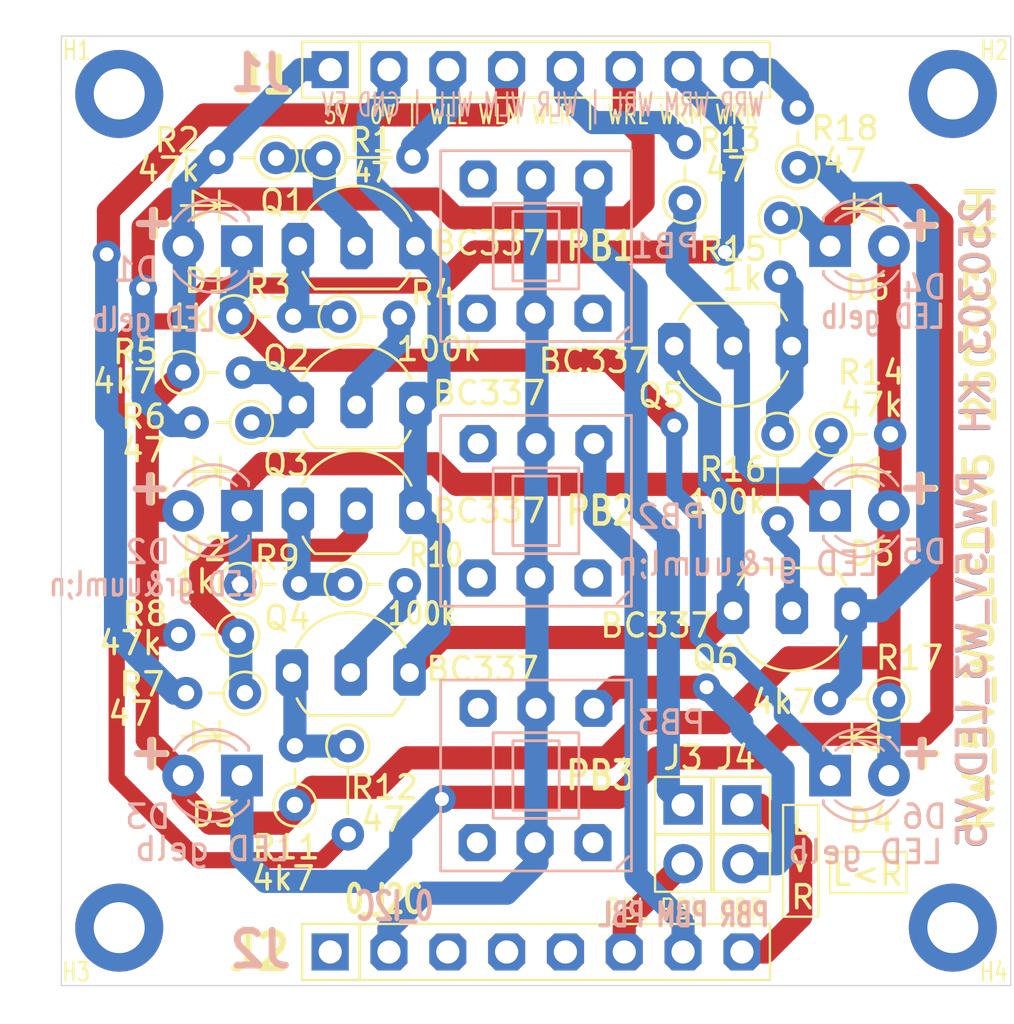
<source format=kicad_pcb>
(kicad_pcb (version 20240108) (generator "pcbnew") (generator_version "8.0")
  (layers (0 "F.Cu" signal) (31 "B.Cu" signal) (34 "B.Paste" user) (35 "F.Paste" user) (36 "B.SilkS" user "B.Silkscreen") (37 "F.SilkS" user "F.Silkscreen") (38 "B.Mask" user) (39 "F.Mask" user) (44 "Edge.Cuts" user))
  (net 0 "")
  (net 1 "Net-(D1-K)")
  (net 2 "/+5V")
  (net 3 "Net-(D2-K)")
  (net 4 "Net-(D3-K)")
  (net 5 "/WLL")
  (net 6 "/WRMi")
  (net 7 "/WLR")
  (net 8 "/WLM")
  (net 9 "/0V")
  (net 10 "/WRRi")
  (net 11 "/WRLi")
  (net 14 "/PBM")
  (net 17 "/0_I2C")
  (net 18 "/PBR")
  (net 19 "/PBL")
  (net 20 "/SW1")
  (net 21 "/SW3")
  (net 22 "Net-(Q1-B)")
  (net 23 "Net-(Q1-C)")
  (net 24 "Net-(Q2-B)")
  (net 25 "Net-(Q2-C)")
  (net 26 "Net-(Q3-C)")
  (net 27 "Net-(Q3-B)")
  (net 28 "Net-(Q4-C)")
  (net 29 "Net-(Q4-B)")
  (net 30 "Net-(Q5-C)")
  (net 31 "Net-(Q5-B)")
  (net 32 "Net-(Q6-B)")
  (net 33 "Net-(Q6-C)")
  (footprint "_kh_library:MountingHole_2.2mm_M2_Pad_TopBottom_kh" (layer "F.Cu") (at 34.07 26.45)
    (property "Reference" "H1")
    (property "Value" "MountingHole" (hide yes))
  )
  (footprint "Resistor_THT:R_Axial_DIN0204_L3.6mm_D1.6mm_P2.54mm_Vertical" (layer "F.Cu") (at 36.83 38.481)
    (property "Reference" "R5")
    (property "Value" "4k7")
  )
  (footprint "_kh_library:R_Axial_DIN0204_L3.6mm_D1.6mm_P2.54mm_Vertical_kh" (layer "F.Cu") (at 43.865 47.625)
    (property "Reference" "R10")
    (property "Value" "100k")
  )
  (footprint "_kh_library:MountingHole_2.2mm_M2_Pad_TopBottom_kh" (layer "F.Cu") (at 34.07 62.45)
    (property "Reference" "H3")
    (property "Value" "MountingHole")
  )
  (footprint "_kh_library:R_Axial_DIN0204_L3.6mm_D1.6mm_P3.81mm_Vertical_kh" (layer "F.Cu") (at 62.501 41.148 -90)
    (property "Reference" "R16")
    (property "Value" "100k")
  )
  (footprint "Resistor_THT:R_Axial_DIN0204_L3.6mm_D1.6mm_P2.54mm_Vertical" (layer "F.Cu") (at 62.611 31.8 -90)
    (property "Reference" "R15")
    (property "Value" "1k")
  )
  (footprint "_kh_library:PinSocket_1x02_P2.54mm_Vertical_kh" (layer "F.Cu") (at 60.96 57.15)
    (property "Reference" "J4")
    (property "Value" "Jumper_2")
  )
  (footprint "_kh_library:R_Axial_DIN0204_L3.6mm_D1.6mm_P3.81mm_Vertical_kh" (layer "F.Cu") (at 43.942 54.61 -90)
    (property "Reference" "R12")
    (property "Value" "47")
  )
  (footprint "Resistor_THT:R_Axial_DIN0204_L3.6mm_D1.6mm_P2.54mm_Vertical" (layer "F.Cu") (at 43.611 36.068)
    (property "Reference" "R4")
    (property "Value" "100k")
  )
  (footprint "Resistor_THT:R_Axial_DIN0204_L3.6mm_D1.6mm_P2.54mm_Vertical" (layer "F.Cu") (at 39.039 36.068)
    (property "Reference" "R3")
    (property "Value" "1k")
  )
  (footprint "_kh_library:TO-92_Inline_Wide_custom" (layer "F.Cu") (at 41.783 39.878)
    (property "Reference" "Q2")
    (property "Value" "BC337")
  )
  (footprint "_kh_library:PinSocket_1x02_P2.54mm_Vertical_kh" (layer "F.Cu") (at 58.42 57.15)
    (property "Reference" "J3")
    (property "Value" "Jumper_2")
  )
  (footprint "Resistor_THT:R_Axial_DIN0204_L3.6mm_D1.6mm_P2.54mm_Vertical" (layer "F.Cu") (at 41.656 57.15 90)
    (property "Reference" "R11")
    (property "Value" "4k7")
  )
  (footprint "Resistor_THT:R_Axial_DIN0204_L3.6mm_D1.6mm_P2.54mm_Vertical" (layer "F.Cu") (at 40.844 29.21 180)
    (property "Reference" "R2")
    (property "Value" "47k")
  )
  (footprint "_kh_library:MountingHole_2.2mm_M2_Pad_TopBottom_kh" (layer "F.Cu") (at 70.07 62.45)
    (property "Reference" "H4")
    (property "Value" "MountingHole")
  )
  (footprint "Resistor_THT:R_Axial_DIN0204_L3.6mm_D1.6mm_P2.54mm_Vertical" (layer "F.Cu") (at 63.373 29.6172 90)
    (property "Reference" "R18")
    (property "Value" "47")
  )
  (footprint "Resistor_THT:R_Axial_DIN0204_L3.6mm_D1.6mm_P2.54mm_Vertical" (layer "F.Cu") (at 39.293 47.625)
    (property "Reference" "R9")
    (property "Value" "1k")
  )
  (footprint "_kh_library:TO-92_Inline_Wide_custom" (layer "F.Cu") (at 63.119 37.338 180)
    (property "Reference" "Q5")
    (property "Value" "BC337")
  )
  (footprint "Resistor_THT:R_Axial_DIN0204_L3.6mm_D1.6mm_P2.54mm_Vertical" (layer "F.Cu") (at 58.4962 31.1158 90)
    (property "Reference" "R13")
    (property "Value" "47")
  )
  (footprint "Resistor_THT:R_Axial_DIN0204_L3.6mm_D1.6mm_P2.54mm_Vertical" (layer "F.Cu") (at 39.193 49.8094 180)
    (property "Reference" "R8")
    (property "Value" "47k")
  )
  (footprint "_kh_library:TO-92_Inline_Wide_custom" (layer "F.Cu") (at 65.659 48.768 180)
    (property "Reference" "Q6")
    (property "Value" "BC337")
  )
  (footprint "Resistor_THT:R_Axial_DIN0204_L3.6mm_D1.6mm_P2.54mm_Vertical" (layer "F.Cu") (at 39.7772 40.64 180)
    (property "Reference" "R6")
    (property "Value" "47")
  )
  (footprint "_kh_library:PinSocket_1x08_P2.54mm_Vertical_11mm_kh" (layer "F.Cu") (at 43.18 25.4 90)
    (property "Reference" "J1")
    (property "Value" "Conn_01x08_Pin")
  )
  (footprint "_kh_library:R_Axial_DIN0204_L3.6mm_D1.6mm_P3.81mm_Vertical_kh" (layer "F.Cu") (at 42.926 29.193)
    (property "Reference" "R1")
    (property "Value" "47")
  )
  (footprint "_kh_library:TO-92_Inline_Wide_custom" (layer "F.Cu") (at 41.529 51.435)
    (property "Reference" "Q4")
    (property "Value" "BC337")
  )
  (footprint "_kh_library:TO-92_Inline_Wide_custom" (layer "F.Cu") (at 41.783 33.02)
    (property "Reference" "Q1")
    (property "Value" "BC337")
  )
  (footprint "_kh_library:R_Axial_DIN0204_L3.6mm_D1.6mm_P2.54mm_Vertical_kh" (layer "F.Cu") (at 39.4978 52.324 180)
    (property "Reference" "R7")
    (property "Value" "47")
  )
  (footprint "_kh_library:MountingHole_2.2mm_M2_Pad_TopBottom_kh" (layer "F.Cu") (at 70.07 26.45)
    (property "Reference" "H2")
    (property "Value" "MountingHole")
  )
  (footprint "_kh_library:PinSocket_1x08_P2.54mm_Vertical_11mm_kh" (layer "F.Cu") (at 43.18 63.5 90)
    (property "Reference" "J2")
    (property "Value" "Conn_01x08_Pin")
  )
  (footprint "_kh_library:TO-92_Inline_Wide_custom" (layer "F.Cu") (at 41.783 44.45)
    (property "Reference" "Q3")
    (property "Value" "BC337")
  )
  (footprint "Resistor_THT:R_Axial_DIN0204_L3.6mm_D1.6mm_P2.54mm_Vertical" (layer "F.Cu") (at 64.82 41.148)
    (property "Reference" "R14")
    (property "Value" "47k")
  )
  (footprint "Resistor_THT:R_Axial_DIN0204_L3.6mm_D1.6mm_P2.54mm_Vertical" (layer "F.Cu") (at 67.31 52.578 180)
    (property "Reference" "R17")
    (property "Value" "4k7")
  )
  (footprint "_kh_library:LED_D3.0mm_kh" (layer "B.Cu") (at 39.37 33.02 180)
    (property "Reference" "D1")
    (property "Value" "LED gelb")
  )
  (footprint "_kh_library:SW_Push_DPDT_8x8" (layer "B.Cu") (at 54.57 47.35 180)
    (property "Reference" "PB2")
    (property "Value" "SW_Push_DPDT_8x8")
  )
  (footprint "_kh_library:SW_Push_DPDT_8x8" (layer "B.Cu") (at 54.57 58.78 180)
    (property "Reference" "PB3")
    (property "Value" "SW_Push_DPDT_8x8")
  )
  (footprint "_kh_library:LED_D3.0mm_kh" (layer "B.Cu") (at 39.37 44.45 180)
    (property "Reference" "D2")
    (property "Value" "LED gr&uuml;n")
  )
  (footprint "_kh_library:LED_D3.0mm_kh" (layer "B.Cu") (at 64.77 33.02)
    (property "Reference" "D4")
    (property "Value" "LED gelb")
  )
  (footprint "_kh_library:SW_Push_DPDT_8x8" (layer "B.Cu") (at 54.57 35.92 180)
    (property "Reference" "PB1")
    (property "Value" "SW_Push_DPDT_8x8")
  )
  (footprint "_kh_library:LED_D3.0mm_kh" (layer "B.Cu") (at 64.77 55.88)
    (property "Reference" "D6")
    (property "Value" "LED gelb")
  )
  (footprint "_kh_library:LED_D3.0mm_kh" (layer "B.Cu") (at 39.37 55.88 180)
    (property "Reference" "D3")
    (property "Value" "LED gelb")
  )
  (footprint "_kh_library:LED_D3.0mm_kh" (layer "B.Cu") (at 64.77 44.45)
    (property "Reference" "D5")
    (property "Value" "LED gr&uuml;n")
  )
  (gr_poly (pts (xy 65.7098 54.229) (xy 66.8528 54.864) (xy 66.8528 53.594)) (stroke (width 0.12)) (fill none) (layer "F.SilkS"))
  (gr_line (start 36.7919 42.7482) (end 38.9509 42.7482) (stroke (width 0.12)) (layer "F.SilkS"))
  (gr_line (start 65.8114 32.0294) (end 65.8114 30.7594) (stroke (width 0.12)) (layer "F.SilkS"))
  (gr_line (start 38.4429 42.1132) (end 38.4429 43.3832) (stroke (width 0.12)) (layer "F.SilkS"))
  (gr_rect (start 62.738 57.15) (end 64.262 61.976) (stroke (width 0.1)) (fill none) (layer "F.SilkS"))
  (gr_line (start 36.7665 54.1782) (end 38.9255 54.1782) (stroke (width 0.12)) (layer "F.SilkS"))
  (gr_line (start 67.3608 54.229) (end 65.2018 54.229) (stroke (width 0.12)) (layer "F.SilkS"))
  (gr_poly (pts (xy 38.4175 54.1782) (xy 37.2745 53.5432) (xy 37.2745 54.8132)) (stroke (width 0.12)) (fill none) (layer "F.SilkS"))
  (gr_line (start 38.4175 53.5432) (end 38.4175 54.8132) (stroke (width 0.12)) (layer "F.SilkS"))
  (gr_line (start 65.7098 54.864) (end 65.7098 53.594) (stroke (width 0.12)) (layer "F.SilkS"))
  (gr_line (start 65.7098 43.4086) (end 65.7098 42.1386) (stroke (width 0.12)) (layer "F.SilkS"))
  (gr_line (start 67.3608 42.7736) (end 65.2018 42.7736) (stroke (width 0.12)) (layer "F.SilkS"))
  (gr_poly (pts (xy 65.8114 31.3944) (xy 66.9544 32.0294) (xy 66.9544 30.7594)) (stroke (width 0.12)) (fill none) (layer "F.SilkS"))
  (gr_poly (pts (xy 38.4429 42.7482) (xy 37.2999 42.1132) (xy 37.2999 43.3832)) (stroke (width 0.12)) (fill none) (layer "F.SilkS"))
  (gr_line (start 36.7411 31.2674) (end 38.9001 31.2674) (stroke (width 0.12)) (layer "F.SilkS"))
  (gr_line (start 38.3921 30.6324) (end 38.3921 31.9024) (stroke (width 0.12)) (layer "F.SilkS"))
  (gr_line (start 67.4624 31.3944) (end 65.3034 31.3944) (stroke (width 0.12)) (layer "F.SilkS"))
  (gr_poly (pts (xy 65.7098 42.7736) (xy 66.8528 43.4086) (xy 66.8528 42.1386)) (stroke (width 0.12)) (fill none) (layer "F.SilkS"))
  (gr_rect (start 64.77 59.182) (end 68.072 60.96) (stroke (width 0.1)) (fill none) (layer "F.SilkS"))
  (gr_poly (pts (xy 38.3921 31.2674) (xy 37.2491 30.6324) (xy 37.2491 31.9024)) (stroke (width 0.12)) (fill none) (layer "F.SilkS"))
  (gr_rect (start 31.57 23.95) (end 72.57 64.95) (stroke (width 0.05)) (fill none) (layer "Edge.Cuts"))
  (gr_text "RW_5V_W3_LED_V5" (at 71.9074 58.42 90) (layer "F.Cu") (effects (font (size 1.2 1.2) (thickness 0.2) (bold yes)) (justify left bottom)))
  (gr_text "250303 KH" (at 71.9836 40.7416 90) (layer "F.Cu") (effects (font (size 1.2 1.2) (thickness 0.2) (bold yes)) (justify left bottom)))
  (gr_text "RW_5V_W3_LED_V5" (at 71.6026 42.5704 90) (layer "B.Cu") (effects (font (size 1.2 1.2) (thickness 0.2) (bold yes)) (justify left bottom mirror)))
  (gr_text "250303 KH" (at 71.755 30.7848 90) (layer "B.Cu") (effects (font (size 1.2 1.2) (thickness 0.2) (bold yes)) (justify left bottom mirror)))
  (gr_text "+" (at 69.7738 32.893 0) (layer "B.SilkS") (effects (font (size 1.5 1.5) (thickness 0.3) (bold yes)) (justify left bottom mirror)))
  (gr_text "LED gelb" (at 38.1 59.055 0) (layer "B.SilkS") (effects (font (size 1 1)) (justify mirror)))
  (gr_text "+" (at 36.4998 44.2722 0) (layer "B.SilkS") (effects (font (size 1.5 1.5) (thickness 0.3) (bold yes)) (justify left bottom mirror)))
  (gr_text "J2" (at 41.656 64.262 0) (layer "B.SilkS") (effects (font (size 1.5 1.5) (thickness 0.3) (bold yes)) (justify left bottom mirror)))
  (gr_text "+" (at 69.7484 44.2468 0) (layer "B.SilkS") (effects (font (size 1.5 1.5) (thickness 0.3) (bold yes)) (justify left bottom mirror)))
  (gr_text "LED gr&uuml;n" (at 35.56 47.625 0) (layer "B.SilkS") (effects (font (size 1 0.8)) (justify mirror)))
  (gr_text "+" (at 36.6268 32.8168 0) (layer "B.SilkS") (effects (font (size 1.5 1.5) (thickness 0.3) (bold yes)) (justify left bottom mirror)))
  (gr_text "LED gelb" (at 66.294 59.182 0) (layer "B.SilkS") (effects (font (size 1 1)) (justify mirror)))
  (gr_text "LED gelb" (at 35.56 36.195 0) (layer "B.SilkS") (effects (font (size 1 0.8)) (justify mirror)))
  (gr_text "+" (at 36.5506 55.7022 0) (layer "B.SilkS") (effects (font (size 1.5 1.5) (thickness 0.3) (bold yes)) (justify left bottom mirror)))
  (gr_text "0_I2C" (at 47.752 62.23 0) (layer "B.SilkS") (effects (font (size 1.2 0.8) (thickness 0.2) (bold yes)) (justify left bottom mirror)))
  (gr_text "250303 KH" (at 71.755 30.7594 90) (layer "B.SilkS") (effects (font (size 1.2 1.2) (thickness 0.2) (bold yes)) (justify left bottom mirror)))
  (gr_text "LED gr&uuml;n" (at 61.214 46.736 0) (layer "B.SilkS") (effects (font (size 1 1)) (justify mirror)))
  (gr_text "PBR PBM PBL" (at 62.23 62.484 0) (layer "B.SilkS") (effects (font (size 1 0.7) (thickness 0.2) (bold yes)) (justify left bottom mirror)))
  (gr_text "J1" (at 41.656 26.416 0) (layer "B.SilkS") (effects (font (size 1.5 1.5) (thickness 0.3) (bold yes)) (justify left bottom mirror)))
  (gr_text "+" (at 69.8246 55.7022 0) (layer "B.SilkS") (effects (font (size 1.5 1.5) (thickness 0.3) (bold yes)) (justify left bottom mirror)))
  (gr_text "LED gelb" (at 67.056 36.068 0) (layer "B.SilkS") (effects (font (size 1 0.8)) (justify mirror)))
  (gr_text "RW_5V_W3_LED_V5" (at 71.6026 42.545 90) (layer "B.SilkS") (effects (font (size 1.2 1.2) (thickness 0.2) (bold yes)) (justify left bottom mirror)))
  (gr_text "WRR WRM WRL | WLR WLM WLL | GND 5V" (at 61.976 27.5082 0) (layer "B.SilkS") (effects (font (size 1 0.6) (thickness 0.1)) (justify left bottom mirror)))
  (gr_text "4k7" (at 41.148 60.325 0) (layer "F.SilkS") (effects (font (size 1 1))))
  (gr_text "RW_5V_W3_LED_V5" (at 71.9074 58.42 90) (layer "F.SilkS") (effects (font (size 1.2 1.2) (thickness 0.2) (bold yes)) (justify left bottom)))
  (gr_text "+" (at 34.3916 55.7022 0) (layer "F.SilkS") (effects (font (size 1.5 1.5) (thickness 0.3) (bold yes)) (justify left bottom)))
  (gr_text "47" (at 60.325 29.718 0) (layer "F.SilkS") (effects (font (size 1 1))))
  (gr_text "L<R\n" (at 64.77 60.706 0) (layer "F.SilkS") (effects (font (size 1 1)) (justify left bottom)))
  (gr_text "BC337" (at 49.7586 51.2826 0) (layer "F.SilkS") (effects (font (size 1 1))))
  (gr_text "+" (at 67.6656 55.7022 0) (layer "F.SilkS") (effects (font (size 1.5 1.5) (thickness 0.3) (bold yes)) (justify left bottom)))
  (gr_text "1k" (at 37.338 47.498 0) (layer "F.SilkS") (effects (font (size 1 1))))
  (gr_text "D5" (at 65.5066 46.8884 0) (layer "F.SilkS") (effects (font (size 1 1)) (justify left bottom)))
  (gr_text "47" (at 34.544 53.213 0) (layer "F.SilkS") (effects (font (size 1 1))))
  (gr_text "1k" (at 37.084 36.068 0) (layer "F.SilkS") (effects (font (size 1 1))))
  (gr_text "100k" (at 60.325 44.069 0) (layer "F.SilkS") (effects (font (size 1 0.9))))
  (gr_text "+" (at 67.5894 44.2468 0) (layer "F.SilkS") (effects (font (size 1.5 1.5) (thickness 0.3) (bold yes)) (justify left bottom)))
  (gr_text "PB3" (at 54.864 55.88 0) (layer "F.SilkS") (effects (font (size 1.2 1) (thickness 0.2) (bold yes))))
  (gr_text "D4" (at 65.4558 58.3946 0) (layer "F.SilkS") (effects (font (size 1 1)) (justify left bottom)))
  (gr_text "D3" (at 37.084 58.166 0) (layer "F.SilkS") (effects (font (size 1 1)) (justify left bottom)))
  (gr_text "5V  0V | WLL WLM WLR | WRL WRM WRR" (at 42.8244 27.813 0) (layer "F.SilkS") (effects (font (size 0.8 0.6) (thickness 0.1)) (justify left bottom)))
  (gr_text "4k7" (at 62.738 52.705 0) (layer "F.SilkS") (effects (font (size 1 1))))
  (gr_text "BC337" (at 54.61 37.973 0) (layer "F.SilkS") (effects (font (size 1 1))))
  (gr_text "47k" (at 36.195 29.718 0) (layer "F.SilkS") (effects (font (size 1 1))))
  (gr_text "L\nv\nR" (at 62.992 61.722 0) (layer "F.SilkS") (effects (font (size 1 1)) (justify left bottom)))
  (gr_text "D2" (at 36.6522 46.6852 0) (layer "F.SilkS") (effects (font (size 1 1)) (justify left bottom)))
  (gr_text "1k" (at 60.96 34.417 0) (layer "F.SilkS") (effects (font (size 1 1))))
  (gr_text "47k" (at 66.548 39.878 0) (layer "F.SilkS") (effects (font (size 1 1))))
  (gr_text "4k7" (at 34.29 38.862 0) (layer "F.SilkS") (effects (font (size 1 1))))
  (gr_text "100k" (at 47.879 37.465 0) (layer "F.SilkS") (effects (font (size 1 1))))
  (gr_text "BC337" (at 50.038 32.893 0) (layer "F.SilkS") (effects (font (size 1 1))))
  (gr_text "47" (at 35.1282 41.8338 0) (layer "F.SilkS") (effects (font (size 1 1))))
  (gr_text "+" (at 67.6148 32.893 0) (layer "F.SilkS") (effects (font (size 1.5 1.5) (thickness 0.3) (bold yes)) (justify left bottom)))
  (gr_text "250303 KH" (at 71.9836 40.7416 90) (layer "F.SilkS") (effects (font (size 1.2 1.2) (thickness 0.2) (bold yes)) (justify left bottom)))
  (gr_text "0_I2C" (at 43.7134 61.9252 0) (layer "F.SilkS") (effects (font (size 1.2 0.8) (thickness 0.2) (bold yes)) (justify left bottom)))
  (gr_text "47" (at 65.405 29.337 0) (layer "F.SilkS") (effects (font (size 1 1))))
  (gr_text "PB1" (at 54.864 33.02 0) (layer "F.SilkS") (effects (font (size 1.2 1) (thickness 0.2) (bold yes))))
  (gr_text "BC337" (at 57.277 49.403 0) (layer "F.SilkS") (effects (font (size 1 1))))
  (gr_text "47" (at 45.466 57.785 0) (layer "F.SilkS") (effects (font (size 1 1))))
  (gr_text "D6" (at 65.3034 35.4076 0) (layer "F.SilkS") (effects (font (size 1 1)) (justify left bottom)))
  (gr_text "100k" (at 47.1424 48.895 0) (layer "F.SilkS") (effects (font (size 0.95 0.8))))
  (gr_text "PBL PBM PBR" (at 55.0418 62.1538 0) (layer "F.SilkS") (effects (font (size 0.85 0.65) (thickness 0.1)) (justify left bottom)))
  (gr_text "BC337" (at 50.038 39.37 0) (layer "F.SilkS") (effects (font (size 1 1))))
  (gr_text "BC337" (at 50.038 44.45 0) (layer "F.SilkS") (effects (font (size 1 1))))
  (gr_text "+" (at 34.3408 44.2722 0) (layer "F.SilkS") (effects (font (size 1.5 1.5) (thickness 0.3) (bold yes)) (justify left bottom)))
  (gr_text "D1" (at 36.7792 35.1028 0) (layer "F.SilkS") (effects (font (size 1 1)) (justify left bottom)))
  (gr_text "47k" (at 34.544 50.165 0) (layer "F.SilkS") (effects (font (size 1 1))))
  (gr_text "+" (at 34.4678 32.8168 0) (layer "F.SilkS") (effects (font (size 1.5 1.5) (thickness 0.3) (bold yes)) (justify left bottom)))
  (gr_text "47" (at 44.958 29.845 0) (layer "F.SilkS") (effects (font (size 0.8 0.8))))
  (gr_text "PB2" (at 54.864 44.45 0) (layer "F.SilkS") (effects (font (size 1.2 1) (thickness 0.2) (bold yes))))
  (segment (start 39.243 36.068) (end 41.1226 37.9476) (width 1) (layer "F.Cu") (net 1))
  (segment (start 41.1226 37.9476) (end 55.2196 37.9476) (width 1) (layer "F.Cu") (net 1))
  (segment (start 55.2196 37.9476) (end 58.039 40.767) (width 1) (layer "F.Cu") (net 1))
  (via (at 58.039 40.767) (size 1.2) (drill 0.6) (layers "F.Cu" "B.Cu") (net 1))
  (segment (start 39.37 34.798) (end 39.37 33.02) (width 1) (layer "B.Cu") (net 1))
  (segment (start 59.055 49.911) (end 59.817 50.673) (width 0.7) (layer "B.Cu") (net 1))
  (segment (start 58.039 43.6372) (end 59.055 44.6532) (width 0.7) (layer "B.Cu") (net 1))
  (segment (start 59.055 44.6532) (end 59.055 49.911) (width 0.7) (layer "B.Cu") (net 1))
  (segment (start 38.912 36.322) (end 38.912 35.256) (width 1) (layer "B.Cu") (net 1))
  (segment (start 38.912 35.256) (end 39.37 34.798) (width 1) (layer "B.Cu") (net 1))
  (segment (start 59.817 50.673) (end 60.5917 50.673) (width 0.7) (layer "B.Cu") (net 1))
  (segment (start 62.6872 52.7685) (end 62.6872 53.2892) (width 0.7) (layer "B.Cu") (net 1))
  (segment (start 60.5917 50.673) (end 62.6872 52.7685) (width 0.7) (layer "B.Cu") (net 1))
  (segment (start 58.039 40.767) (end 58.039 43.6372) (width 0.7) (layer "B.Cu") (net 1))
  (segment (start 62.6872 53.2892) (end 64.77 55.372) (width 0.7) (layer "B.Cu") (net 1))
  (segment (start 35.2806 44.4246) (end 35.2806 49.8094) (width 1) (layer "F.Cu") (net 2))
  (segment (start 67.31 50.8) (end 67.31 44.45) (width 1) (layer "F.Cu") (net 2))
  (segment (start 67.31 52.578) (end 67.31 50.8) (width 1) (layer "F.Cu") (net 2))
  (segment (start 45.212 56.388) (end 42.418 56.388) (width 1) (layer "F.Cu") (net 2))
  (segment (start 56.642 53.594) (end 55.118 55.118) (width 1) (layer "F.Cu") (net 2))
  (segment (start 62.992 50.8) (end 60.198 53.594) (width 1) (layer "F.Cu") (net 2))
  (segment (start 41.1226 57.9374) (end 37.9984 57.9374) (width 1) (layer "F.Cu") (net 2))
  (segment (start 46.482 55.118) (end 45.212 56.388) (width 1) (layer "F.Cu") (net 2))
  (segment (start 67.31 33.02) (end 67.31 41.098) (width 1) (layer "F.Cu") (net 2))
  (segment (start 37.9984 57.9374) (end 36.83 56.769) (width 1) (layer "F.Cu") (net 2))
  (segment (start 42.418 56.388) (end 41.656 57.15) (width 1) (layer "F.Cu") (net 2))
  (segment (start 35.2806 49.8094) (end 35.2806 54.3306) (width 1) (layer "F.Cu") (net 2))
  (segment (start 41.656 57.404) (end 41.1226 57.9374) (width 1) (layer "F.Cu") (net 2))
  (segment (start 55.118 55.118) (end 46.482 55.118) (width 1) (layer "F.Cu") (net 2))
  (segment (start 67.31 50.8) (end 62.992 50.8) (width 1) (layer "F.Cu") (net 2))
  (segment (start 36.8046 44.4246) (end 35.2806 44.4246) (width 1) (layer "F.Cu") (net 2))
  (segment (start 36.653 49.8094) (end 35.2806 49.8094) (width 1) (layer "F.Cu") (net 2))
  (segment (start 36.83 38.481) (end 35.2806 40.0304) (width 1) (layer "F.Cu") (net 2))
  (segment (start 35.2806 40.0304) (end 35.2806 44.4246) (width 1) (layer "F.Cu") (net 2))
  (segment (start 41.656 57.15) (end 41.656 57.404) (width 1) (layer "F.Cu") (net 2))
  (segment (start 67.36 41.148) (end 67.36 44.4) (width 1) (layer "F.Cu") (net 2))
  (segment (start 35.2806 54.3306) (end 36.83 55.88) (width 1) (layer "F.Cu") (net 2))
  (segment (start 60.198 53.594) (end 56.642 53.594) (width 1) (layer "F.Cu") (net 2))
  (segment (start 36.83 56.769) (end 36.83 55.88) (width 1) (layer "F.Cu") (net 2))
  (segment (start 67.31 55.88) (end 67.31 52.578) (width 1) (layer "B.Cu") (net 2))
  (segment (start 41.91 25.4) (end 36.83 30.48) (width 1) (layer "B.Cu") (net 2))
  (segment (start 43.18 25.4) (end 41.91 25.4) (width 1) (layer "B.Cu") (net 2))
  (segment (start 36.88 38.481) (end 36.88 33.07) (width 1) (layer "B.Cu") (net 2))
  (segment (start 36.83 30.48) (end 36.83 33.02) (width 1) (layer "B.Cu") (net 2))
  (segment (start 39.37 43.307) (end 39.37 44.45) (width 1) (layer "F.Cu") (net 3))
  (segment (start 64.77 44.45) (end 63.627 43.307) (width 1) (layer "F.Cu") (net 3))
  (segment (start 47.752 42.418) (end 40.259 42.418) (width 1) (layer "F.Cu") (net 3))
  (segment (start 48.641 43.307) (end 47.752 42.418) (width 1) (layer "F.Cu") (net 3))
  (segment (start 63.627 43.307) (end 48.641 43.307) (width 1) (layer "F.Cu") (net 3))
  (segment (start 40.259 42.418) (end 39.37 43.307) (width 1) (layer "F.Cu") (net 3))
  (segment (start 39.293 47.625) (end 39.293 44.527) (width 1) (layer "B.Cu") (net 3))
  (segment (start 64.77 32.258) (end 64.77 33.02) (width 1) (layer "F.Cu") (net 4))
  (segment (start 69.596 31.9786) (end 68.453 30.8356) (width 1) (layer "F.Cu") (net 4))
  (segment (start 48.0822 56.8198) (end 55.626 56.8198) (width 1) (layer "F.Cu") (net 4))
  (segment (start 57.3278 55.118) (end 61.722 55.118) (width 1) (layer "F.Cu") (net 4))
  (segment (start 68.453 30.8356) (end 66.1924 30.8356) (width 1) (layer "F.Cu") (net 4))
  (segment (start 68.834 54.102) (end 69.596 53.34) (width 1) (layer "F.Cu") (net 4))
  (segment (start 69.596 53.34) (end 69.596 31.9786) (width 1) (layer "F.Cu") (net 4))
  (segment (start 66.1924 30.8356) (end 64.77 32.258) (width 1) (layer "F.Cu") (net 4))
  (segment (start 61.722 55.118) (end 62.738 54.102) (width 1) (layer "F.Cu") (net 4))
  (segment (start 48.006 56.896) (end 48.0822 56.8198) (width 1) (layer "F.Cu") (net 4))
  (segment (start 62.738 54.102) (end 68.834 54.102) (width 1) (layer "F.Cu") (net 4))
  (segment (start 55.626 56.8198) (end 57.3278 55.118) (width 1) (layer "F.Cu") (net 4))
  (via (at 48.006 56.896) (size 1.2) (drill 0.6) (layers "F.Cu" "B.Cu") (net 4))
  (segment (start 48.006 56.896) (end 47.752 56.896) (width 1) (layer "B.Cu") (net 4))
  (segment (start 63.55 31.8) (end 64.77 33.02) (width 1) (layer "B.Cu") (net 4))
  (segment (start 46.228 58.42) (end 46.228 59.182) (width 1) (layer "B.Cu") (net 4))
  (segment (start 47.752 56.896) (end 46.228 58.42) (width 1) (layer "B.Cu") (net 4))
  (segment (start 44.958 60.452) (end 40.386 60.452) (width 1) (layer "B.Cu") (net 4))
  (segment (start 40.386 60.452) (end 39.37 59.436) (width 1) (layer "B.Cu") (net 4))
  (segment (start 39.37 59.436) (end 39.37 55.88) (width 1) (layer "B.Cu") (net 4))
  (segment (start 62.611 31.8) (end 63.55 31.8) (width 1) (layer "B.Cu") (net 4))
  (segment (start 46.228 59.182) (end 44.958 60.452) (width 1) (layer "B.Cu") (net 4))
  (segment (start 46.736 29.337) (end 46.736 28.702) (width 1) (layer "B.Cu") (net 5))
  (segment (start 46.736 28.702) (end 48.26 27.178) (width 1) (layer "B.Cu") (net 5))
  (segment (start 48.26 27.178) (end 48.26 25.4) (width 1) (layer "B.Cu") (net 5))
  (segment (start 42.8244 59.5376) (end 43.942 58.42) (width 0.7) (layer "F.Cu") (net 6))
  (segment (start 36.4744 36.1696) (end 36.4744 36.2712) (width 0.7) (layer "F.Cu") (net 6))
  (segment (start 37.4904 59.5376) (end 42.8244 59.5376) (width 0.7) (layer "F.Cu") (net 6))
  (segment (start 49.4284 33.274) (end 60.2234 33.274) (width 1) (layer "F.Cu") (net 6))
  (segment (start 48.2092 34.4932) (end 47.9806 34.7218) (width 0.7) (layer "F.Cu") (net 6))
  (segment (start 47.9806 34.7218) (end 37.9222 34.7218) (width 0.7) (layer "F.Cu") (net 6))
  (segment (start 49.4284 33.274) (end 48.2092 34.4932) (width 1) (layer "F.Cu") (net 6))
  (segment (start 35.0266 36.2712) (end 33.9598 37.338) (width 0.7) (layer "F.Cu") (net 6))
  (segment (start 37.9222 34.7218) (end 36.4744 36.1696) (width 0.7) (layer "F.Cu") (net 6))
  (segment (start 36.4744 36.2712) (end 35.0266 36.2712) (width 0.7) (layer "F.Cu") (net 6))
  (segment (start 33.9598 37.338) (end 33.9598 56.007) (width 0.7) (layer "F.Cu") (net 6))
  (segment (start 33.9598 56.007) (end 37.4904 59.5376) (width 0.7) (layer "F.Cu") (net 6))
  (via (at 60.2234 33.274) (size 1.2) (drill 0.6) (layers "F.Cu" "B.Cu") (net 6))
  (segment (start 60.5536 27.9146) (end 60.5536 32.9438) (width 1) (layer "B.Cu") (net 6))
  (segment (start 60.2234 33.274) (end 60.325 33.1724) (width 0.7) (layer "B.Cu") (net 6))
  (segment (start 58.42 25.781) (end 60.5536 27.9146) (width 1) (layer "B.Cu") (net 6))
  (segment (start 60.5536 32.9438) (end 60.2234 33.274) (width 1) (layer "B.Cu") (net 6))
  (segment (start 58.42 25.4) (end 58.42 25.781) (width 1) (layer "B.Cu") (net 6))
  (segment (start 53.34 25.4) (end 53.34 26.4922) (width 1) (layer "B.Cu") (net 7))
  (segment (start 53.34 26.4922) (end 54.5338 27.686) (width 1) (layer "B.Cu") (net 7))
  (segment (start 54.5338 27.686) (end 57.6064 27.686) (width 1) (layer "B.Cu") (net 7))
  (segment (start 57.6064 27.686) (end 58.4962 28.5758) (width 1) (layer "B.Cu") (net 7))
  (segment (start 33.528 33.3756) (end 33.6042 33.2994) (width 0.7) (layer "F.Cu") (net 8))
  (segment (start 33.6042 31.496) (end 37.7444 27.3558) (width 1) (layer "F.Cu") (net 8))
  (segment (start 37.7444 27.3558) (end 50.4444 27.3558) (width 1) (layer "F.Cu") (net 8))
  (segment (start 50.8 27.0002) (end 50.8 25.4) (width 1) (layer "F.Cu") (net 8))
  (segment (start 50.4444 27.3558) (end 50.8 27.0002) (width 1) (layer "F.Cu") (net 8))
  (segment (start 33.6042 33.2994) (end 33.6042 31.496) (width 1) (layer "F.Cu") (net 8))
  (via (at 33.528 33.3756) (size 1.2) (drill 0.6) (layers "F.Cu" "B.Cu") (net 8))
  (segment (start 33.909 40.767) (end 33.528 40.386) (width 1) (layer "B.Cu") (net 8))
  (segment (start 36.449 52.324) (end 33.909 49.784) (width 1) (layer "B.Cu") (net 8))
  (segment (start 33.909 49.784) (end 33.909 40.767) (width 1) (layer "B.Cu") (net 8))
  (segment (start 33.528 40.386) (end 33.528 33.3756) (width 1) (layer "B.Cu") (net 8))
  (segment (start 36.78 52.324) (end 36.449 52.324) (width 1) (layer "B.Cu") (net 8))
  (segment (start 48.02 49.92) (end 59.427 49.92) (width 1) (layer "F.Cu") (net 9))
  (segment (start 46.609 51.331) (end 48.02 49.92) (width 1) (layer "F.Cu") (net 9))
  (segment (start 59.427 49.92) (end 60.579 48.768) (width 1) (layer "F.Cu") (net 9))
  (segment (start 60.579 44.196) (end 59.563 43.18) (width 1) (layer "B.Cu") (net 9))
  (segment (start 59.563 43.18) (end 59.563 39.624) (width 1) (layer "B.Cu") (net 9))
  (segment (start 59.563 39.624) (end 58.039 38.1) (width 1) (layer "B.Cu") (net 9))
  (segment (start 44.831 27.432) (end 44.831 30.226) (width 1) (layer "B.Cu") (net 9))
  (segment (start 44.831 30.226) (end 46.863 32.258) (width 1) (layer "B.Cu") (net 9))
  (segment (start 60.579 48.768) (end 60.579 44.196) (width 1) (layer "B.Cu") (net 9))
  (segment (start 46.609 50.8) (end 47.879 49.53) (width 1) (layer "B.Cu") (net 9))
  (segment (start 47.879 34.163) (end 46.863 33.147) (width 1) (layer "B.Cu") (net 9))
  (segment (start 46.863 40.132) (end 47.879 39.116) (width 1) (layer "B.Cu") (net 9))
  (segment (start 45.72 25.4) (end 45.72 26.543) (width 1) (layer "B.Cu") (net 9))
  (segment (start 47.879 45.466) (end 46.863 44.45) (width 1) (layer "B.Cu") (net 9))
  (segment (start 46.609 51.435) (end 46.609 50.8) (width 1) (layer "B.Cu") (net 9))
  (segment (start 46.863 32.258) (end 46.863 33.147) (width 1) (layer "B.Cu") (net 9))
  (segment (start 58.039 38.1) (end 58.039 37.338) (width 1) (layer "B.Cu") (net 9))
  (segment (start 47.879 49.53) (end 47.879 45.466) (width 1) (layer "B.Cu") (net 9))
  (segment (start 45.72 26.543) (end 44.831 27.432) (width 1) (layer "B.Cu") (net 9))
  (segment (start 47.879 39.116) (end 47.879 34.163) (width 1) (layer "B.Cu") (net 9))
  (segment (start 46.863 39.878) (end 46.863 44.45) (width 1) (layer "B.Cu") (net 9))
  (segment (start 62.1538 25.4) (end 60.96 25.4) (width 1) (layer "B.Cu") (net 10))
  (segment (start 63.373 26.6192) (end 62.1538 25.4) (width 1) (layer "B.Cu") (net 10))
  (segment (start 63.373 27.0772) (end 63.373 26.6192) (width 1) (layer "B.Cu") (net 10))
  (segment (start 48.5648 31.8008) (end 56.0324 31.8008) (width 1) (layer "F.Cu") (net 11))
  (segment (start 47.752 30.988) (end 48.5648 31.8008) (width 1) (layer "F.Cu") (net 11))
  (segment (start 35.1028 32.2072) (end 36.322 30.988) (width 1) (layer "F.Cu") (net 11))
  (segment (start 36.322 30.988) (end 47.752 30.988) (width 1) (layer "F.Cu") (net 11))
  (segment (start 35.1028 34.8488) (end 35.1028 32.2072) (width 1) (layer "F.Cu") (net 11))
  (segment (start 56.6928 28.2956) (end 55.88 27.4828) (width 1) (layer "F.Cu") (net 11))
  (segment (start 56.6928 31.1404) (end 56.6928 28.2956) (width 1) (layer "F.Cu") (net 11))
  (segment (start 56.0324 31.8008) (end 56.6928 31.1404) (width 1) (layer "F.Cu") (net 11))
  (segment (start 55.88 27.4828) (end 55.88 25.4) (width 1) (layer "F.Cu") (net 11))
  (via (at 35.1028 34.8488) (size 1.2) (drill 0.6) (layers "F.Cu" "B.Cu") (net 11))
  (segment (start 35.1028 34.8488) (end 35.1028 39.5478) (width 1) (layer "B.Cu") (net 11))
  (segment (start 35.1028 39.5478) (end 36.322 40.767) (width 1) (layer "B.Cu") (net 11))
  (segment (start 36.322 40.767) (end 37.161 40.767) (width 1) (layer "B.Cu") (net 11))
  (segment (start 58.42 63.5) (end 58.42 62.23) (width 1) (layer "B.Cu") (net 14))
  (segment (start 58.42 62.23) (end 56.388 60.198) (width 1) (layer "B.Cu") (net 14))
  (segment (start 56.388 60.198) (end 56.388 46.482) (width 1) (layer "B.Cu") (net 14))
  (segment (start 54.61 44.704) (end 54.61 41.59) (width 1) (layer "B.Cu") (net 14))
  (segment (start 56.388 46.482) (end 54.61 44.704) (width 1) (layer "B.Cu") (net 14))
  (segment (start 52.03 35.92) (end 52.03 30.16) (width 1) (layer "B.Cu") (net 17))
  (segment (start 45.72 63.5) (end 45.72 62.484) (width 1) (layer "B.Cu") (net 17))
  (segment (start 52.11 47.35) (end 52.11 52.94) (width 1) (layer "B.Cu") (net 17))
  (segment (start 52.07 41.55) (end 52.07 47.31) (width 1) (layer "B.Cu") (net 17))
  (segment (start 50.8 60.96) (end 52.11 59.65) (width 1) (layer "B.Cu") (net 17))
  (segment (start 45.72 62.484) (end 47.244 60.96) (width 1) (layer "B.Cu") (net 17))
  (segment (start 52.07 58.74) (end 52.07 52.98) (width 1) (layer "B.Cu") (net 17))
  (segment (start 52.11 59.65) (end 52.11 58.78) (width 1) (layer "B.Cu") (net 17))
  (segment (start 47.244 60.96) (end 50.8 60.96) (width 1) (layer "B.Cu") (net 17))
  (segment (start 52.11 35.92) (end 52.11 41.51) (width 1) (layer "B.Cu") (net 17))
  (segment (start 63.5 58.928) (end 61.722 57.15) (width 1) (layer "F.Cu") (net 18))
  (segment (start 60.96 63.5) (end 61.976 63.5) (width 1) (layer "F.Cu") (net 18))
  (segment (start 61.976 63.5) (end 63.5 61.976) (width 1) (layer "F.Cu") (net 18))
  (segment (start 61.722 57.15) (end 60.96 57.15) (width 1) (layer "F.Cu") (net 18))
  (segment (start 63.5 61.976) (end 63.5 58.928) (width 1) (layer "F.Cu") (net 18))
  (segment (start 55.88 63.5) (end 55.88 62.23) (width 1) (layer "F.Cu") (net 19))
  (segment (start 55.88 62.23) (end 58.42 59.69) (width 1) (layer "F.Cu") (net 19))
  (segment (start 56.388 44.196) (end 57.785 45.593) (width 1) (layer "B.Cu") (net 20))
  (segment (start 56.388 34.798) (end 56.388 44.196) (width 1) (layer "B.Cu") (net 20))
  (segment (start 54.57 32.98) (end 56.388 34.798) (width 1) (layer "B.Cu") (net 20))
  (segment (start 57.785 45.593) (end 57.785 56.515) (width 1) (layer "B.Cu") (net 20))
  (segment (start 57.785 56.515) (end 58.42 57.15) (width 1) (layer "B.Cu") (net 20))
  (segment (start 54.57 30.12) (end 54.57 32.98) (width 1) (layer "B.Cu") (net 20))
  (segment (start 59.436 52.07) (end 55.48 52.07) (width 1) (layer "F.Cu") (net 21))
  (segment (start 55.48 52.07) (end 54.57 52.98) (width 1) (layer "F.Cu") (net 21))
  (via (at 59.436 52.07) (size 1.2) (drill 0.6) (layers "F.Cu" "B.Cu") (net 21))
  (segment (start 62.738 59.436) (end 62.484 59.69) (width 1) (layer "B.Cu") (net 21))
  (segment (start 60.96 53.594) (end 60.96 53.848) (width 1) (layer "B.Cu") (net 21))
  (segment (start 60.96 53.848) (end 62.738 55.626) (width 1) (layer "B.Cu") (net 21))
  (segment (start 62.738 55.626) (end 62.738 59.436) (width 1) (layer "B.Cu") (net 21))
  (segment (start 59.436 52.07) (end 60.96 53.594) (width 1) (layer "B.Cu") (net 21))
  (segment (start 62.484 59.69) (end 60.96 59.69) (width 1) (layer "B.Cu") (net 21))
  (segment (start 42.926 30.8102) (end 42.926 29.337) (width 1) (layer "B.Cu") (net 22))
  (segment (start 42.926 29.337) (end 40.844 29.337) (width 1) (layer "B.Cu") (net 22))
  (segment (start 44.323 33.147) (end 44.323 32.2072) (width 1) (layer "B.Cu") (net 22))
  (segment (start 44.323 32.2072) (end 42.926 30.8102) (width 1) (layer "B.Cu") (net 22))
  (segment (start 41.579 36.068) (end 43.611 36.068) (width 1) (layer "B.Cu") (net 23))
  (segment (start 41.783 35.864) (end 41.579 36.068) (width 1) (layer "B.Cu") (net 23))
  (segment (start 41.783 33.147) (end 41.783 35.864) (width 1) (layer "B.Cu") (net 23))
  (segment (start 46.151 37.161) (end 46.151 36.322) (width 1) (layer "B.Cu") (net 24))
  (segment (start 44.323 40.132) (end 44.323 38.989) (width 1) (layer "B.Cu") (net 24))
  (segment (start 44.323 38.989) (end 46.151 37.161) (width 1) (layer "B.Cu") (net 24))
  (segment (start 41.148 40.767) (end 41.783 40.132) (width 1) (layer "B.Cu") (net 25))
  (segment (start 41.783 39.497) (end 40.767 38.481) (width 1) (layer "B.Cu") (net 25))
  (segment (start 39.701 40.767) (end 41.148 40.767) (width 1) (layer "B.Cu") (net 25))
  (segment (start 40.767 38.481) (end 39.37 38.481) (width 1) (layer "B.Cu") (net 25))
  (segment (start 41.833 47.625) (end 41.833 44.5) (width 1) (layer "B.Cu") (net 26))
  (segment (start 43.865 47.625) (end 41.833 47.625) (width 1) (layer "B.Cu") (net 26))
  (segment (start 39.37 49.784) (end 38.989 49.784) (width 1) (layer "F.Cu") (net 27))
  (segment (start 37.592 48.26) (end 37.592 46.99) (width 1) (layer "F.Cu") (net 27))
  (segment (start 38.432 46.15) (end 43.639 46.15) (width 1) (layer "F.Cu") (net 27))
  (segment (start 44.323 45.466) (end 44.323 44.45) (width 1) (layer "F.Cu") (net 27))
  (segment (start 38.989 49.657) (end 37.592 48.26) (width 1) (layer "F.Cu") (net 27))
  (segment (start 43.639 46.15) (end 44.323 45.466) (width 1) (layer "F.Cu") (net 27))
  (segment (start 38.989 49.784) (end 38.989 49.657) (width 1) (layer "F.Cu") (net 27))
  (segment (start 37.592 46.99) (end 38.432 46.15) (width 1) (layer "F.Cu") (net 27))
  (segment (start 39.32 52.324) (end 39.32 49.834) (width 1) (layer "B.Cu") (net 27))
  (segment (start 43.942 54.61) (end 41.656 54.61) (width 1) (layer "B.Cu") (net 28))
  (segment (start 41.656 54.61) (end 41.656 51.562) (width 1) (layer "B.Cu") (net 28))
  (segment (start 46.405 47.625) (end 46.405 48.464) (width 1) (layer "B.Cu") (net 29))
  (segment (start 46.405 48.464) (end 44.069 50.8) (width 1) (layer "B.Cu") (net 29))
  (segment (start 44.069 50.8) (end 44.069 51.435) (width 1) (layer "B.Cu") (net 29))
  (segment (start 63.119 37.338) (end 63.119 39.3192) (width 1) (layer "B.Cu") (net 30))
  (segment (start 63.119 39.3192) (end 62.501 39.9372) (width 1) (layer "B.Cu") (net 30))
  (segment (start 63.119 37.338) (end 63.119 34.848) (width 1) (layer "B.Cu") (net 30))
  (segment (start 62.501 39.9372) (end 62.501 41.148) (width 1) (layer "B.Cu") (net 30))
  (segment (start 63.119 34.848) (end 62.611 34.34) (width 1) (layer "B.Cu") (net 30))
  (segment (start 64.82 41.148) (end 64.82 41.733) (width 0.7) (layer "B.Cu") (net 31))
  (segment (start 58.4962 32.1818) (end 58.166 32.512) (width 1) (layer "B.Cu") (net 31))
  (segment (start 58.166 32.512) (end 58.166 34.036) (width 1) (layer "B.Cu") (net 31))
  (segment (start 60.579 36.449) (end 60.579 37.338) (width 1) (layer "B.Cu") (net 31))
  (segment (start 63.627 42.926) (end 61.468 42.926) (width 0.7) (layer "B.Cu") (net 31))
  (segment (start 60.96 42.418) (end 60.96 37.719) (width 0.7) (layer "B.Cu") (net 31))
  (segment (start 58.166 34.036) (end 60.579 36.449) (width 1) (layer "B.Cu") (net 31))
  (segment (start 61.468 42.926) (end 60.96 42.418) (width 0.7) (layer "B.Cu") (net 31))
  (segment (start 64.82 41.733) (end 63.627 42.926) (width 0.7) (layer "B.Cu") (net 31))
  (segment (start 60.96 37.719) (end 60.579 37.338) (width 0.7) (layer "B.Cu") (net 31))
  (segment (start 58.4962 31.1158) (end 58.4962 32.1818) (width 1) (layer "B.Cu") (net 31))
  (segment (start 63.119 46.211) (end 62.501 45.593) (width 0.7) (layer "B.Cu") (net 32))
  (segment (start 63.119 48.768) (end 63.119 46.211) (width 0.7) (layer "B.Cu") (net 32))
  (segment (start 67.818 30.734) (end 65.532 30.734) (width 1) (layer "B.Cu") (net 33))
  (segment (start 65.659 48.768) (end 65.659 51.689) (width 1) (layer "B.Cu") (net 33))
  (segment (start 66.929 48.768) (end 65.659 48.768) (width 1) (layer "B.Cu") (net 33))
  (segment (start 68.9864 31.9024) (end 67.818 30.734) (width 1) (layer "B.Cu") (net 33))
  (segment (start 65.532 30.734) (end 64.4152 29.6172) (width 1) (layer "B.Cu") (net 33))
  (segment (start 65.659 51.689) (end 64.77 52.578) (width 1) (layer "B.Cu") (net 33))
  (segment (start 64.4152 29.6172) (end 63.373 29.6172) (width 1) (layer "B.Cu") (net 33))
  (segment (start 68.9864 46.7106) (end 66.929 48.768) (width 1) (layer "B.Cu") (net 33))
  (segment (start 68.9864 31.9024) (end 68.9864 46.7106) (width 1) (layer "B.Cu") (net 33))
)
</source>
